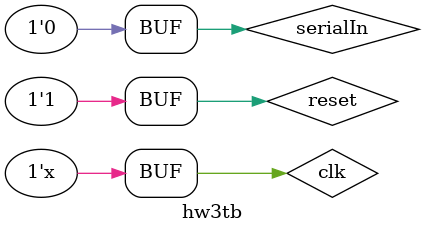
<source format=v>
/*
*   TestBench for Homework 3
*/


module hw3tb();

//-----Coin Sensor TestBench-----//
// module coinSensor(penny,nickel,dime,quarter, clk,reset,serialIn);
reg clk, reset, serialIn;
wire penny, nickel, dime, quarter;

coinSensor coinS (penny,nickel,dime,quarter, clk,reset,serialIn);

initial begin
  clk <= 0;
  reset <= 1;
  serialIn <= 0;

  #15 reset <= 0;
  #10 reset <= 1;
  #70 serialIn <= 1;
  #10 serialIn <= 0;

  end

  always begin
  #10 clk <= ~clk;
  end

//-----End coinSensor TB-----//


endmodule

</source>
